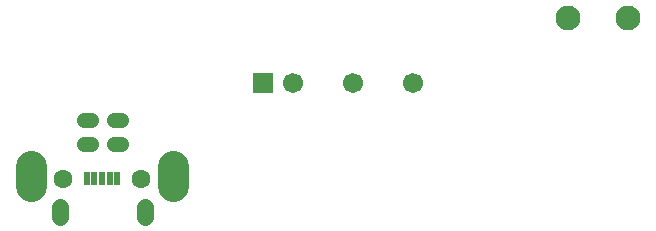
<source format=gts>
G04 Layer: TopSolderMaskLayer*
G04 EasyEDA v6.5.1, 2022-08-30 01:02:35*
G04 a67cddfb3fce44daa9051d46cbbcc19f,10*
G04 Gerber Generator version 0.2*
G04 Scale: 100 percent, Rotated: No, Reflected: No *
G04 Dimensions in millimeters *
G04 leading zeros omitted , absolute positions ,4 integer and 5 decimal *
%FSLAX45Y45*%
%MOMM*%

%ADD26C,1.3015*%
%ADD27C,2.6017*%
%ADD28C,1.4016*%
%ADD30C,1.7016*%
%ADD32C,1.6016*%
%ADD33C,2.1016*%

%LPD*%
D26*
X4903025Y735507D02*
G01*
X4843005Y735507D01*
X4903025Y935507D02*
G01*
X4843005Y935507D01*
X5157025Y735507D02*
G01*
X5097005Y735507D01*
D27*
X4397502Y379521D02*
G01*
X4397502Y549508D01*
X5602503Y379521D02*
G01*
X5602503Y549508D01*
D26*
X5157025Y935507D02*
G01*
X5097005Y935507D01*
D28*
X5359984Y204993D02*
G01*
X5359984Y114993D01*
X4639995Y204993D02*
G01*
X4639995Y114993D01*
G36*
X6279895Y1164844D02*
G01*
X6279895Y1335023D01*
X6450075Y1335023D01*
X6450075Y1164844D01*
G37*
D30*
G01*
X6619011Y1250010D03*
G01*
X7127011Y1250010D03*
G01*
X7635011Y1250010D03*
G36*
X5103875Y384047D02*
G01*
X5103875Y494284D01*
X5153913Y494284D01*
X5153913Y384047D01*
G37*
G36*
X5038852Y384047D02*
G01*
X5038852Y494284D01*
X5089143Y494284D01*
X5089143Y384047D01*
G37*
G36*
X4973827Y384047D02*
G01*
X4973827Y494284D01*
X5024120Y494284D01*
X5024120Y384047D01*
G37*
G36*
X4908804Y384047D02*
G01*
X4908804Y494284D01*
X4959095Y494284D01*
X4959095Y384047D01*
G37*
G36*
X4843779Y384047D02*
G01*
X4843779Y494284D01*
X4894072Y494284D01*
X4894072Y384047D01*
G37*
D32*
G01*
X4669993Y440004D03*
G01*
X5329986Y440004D03*
D33*
G01*
X8946006Y1800021D03*
G01*
X9454006Y1800021D03*
M02*

</source>
